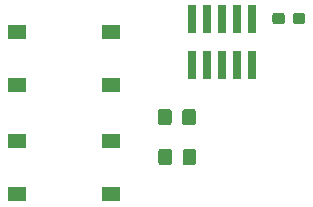
<source format=gbr>
G04 #@! TF.GenerationSoftware,KiCad,Pcbnew,(5.1.5)-3*
G04 #@! TF.CreationDate,2021-10-20T23:00:28+02:00*
G04 #@! TF.ProjectId,WFP_v2_0,5746505f-7632-45f3-902e-6b696361645f,v 0.2*
G04 #@! TF.SameCoordinates,Original*
G04 #@! TF.FileFunction,Paste,Top*
G04 #@! TF.FilePolarity,Positive*
%FSLAX46Y46*%
G04 Gerber Fmt 4.6, Leading zero omitted, Abs format (unit mm)*
G04 Created by KiCad (PCBNEW (5.1.5)-3) date 2021-10-20 23:00:28*
%MOMM*%
%LPD*%
G04 APERTURE LIST*
%ADD10C,0.100000*%
%ADD11R,0.740000X2.400000*%
%ADD12R,1.550000X1.300000*%
G04 APERTURE END LIST*
D10*
G36*
X76059505Y-59169004D02*
G01*
X76083773Y-59172604D01*
X76107572Y-59178565D01*
X76130671Y-59186830D01*
X76152850Y-59197320D01*
X76173893Y-59209932D01*
X76193599Y-59224547D01*
X76211777Y-59241023D01*
X76228253Y-59259201D01*
X76242868Y-59278907D01*
X76255480Y-59299950D01*
X76265970Y-59322129D01*
X76274235Y-59345228D01*
X76280196Y-59369027D01*
X76283796Y-59393295D01*
X76285000Y-59417799D01*
X76285000Y-60317801D01*
X76283796Y-60342305D01*
X76280196Y-60366573D01*
X76274235Y-60390372D01*
X76265970Y-60413471D01*
X76255480Y-60435650D01*
X76242868Y-60456693D01*
X76228253Y-60476399D01*
X76211777Y-60494577D01*
X76193599Y-60511053D01*
X76173893Y-60525668D01*
X76152850Y-60538280D01*
X76130671Y-60548770D01*
X76107572Y-60557035D01*
X76083773Y-60562996D01*
X76059505Y-60566596D01*
X76035001Y-60567800D01*
X75384999Y-60567800D01*
X75360495Y-60566596D01*
X75336227Y-60562996D01*
X75312428Y-60557035D01*
X75289329Y-60548770D01*
X75267150Y-60538280D01*
X75246107Y-60525668D01*
X75226401Y-60511053D01*
X75208223Y-60494577D01*
X75191747Y-60476399D01*
X75177132Y-60456693D01*
X75164520Y-60435650D01*
X75154030Y-60413471D01*
X75145765Y-60390372D01*
X75139804Y-60366573D01*
X75136204Y-60342305D01*
X75135000Y-60317801D01*
X75135000Y-59417799D01*
X75136204Y-59393295D01*
X75139804Y-59369027D01*
X75145765Y-59345228D01*
X75154030Y-59322129D01*
X75164520Y-59299950D01*
X75177132Y-59278907D01*
X75191747Y-59259201D01*
X75208223Y-59241023D01*
X75226401Y-59224547D01*
X75246107Y-59209932D01*
X75267150Y-59197320D01*
X75289329Y-59186830D01*
X75312428Y-59178565D01*
X75336227Y-59172604D01*
X75360495Y-59169004D01*
X75384999Y-59167800D01*
X76035001Y-59167800D01*
X76059505Y-59169004D01*
G37*
G36*
X74009505Y-59169004D02*
G01*
X74033773Y-59172604D01*
X74057572Y-59178565D01*
X74080671Y-59186830D01*
X74102850Y-59197320D01*
X74123893Y-59209932D01*
X74143599Y-59224547D01*
X74161777Y-59241023D01*
X74178253Y-59259201D01*
X74192868Y-59278907D01*
X74205480Y-59299950D01*
X74215970Y-59322129D01*
X74224235Y-59345228D01*
X74230196Y-59369027D01*
X74233796Y-59393295D01*
X74235000Y-59417799D01*
X74235000Y-60317801D01*
X74233796Y-60342305D01*
X74230196Y-60366573D01*
X74224235Y-60390372D01*
X74215970Y-60413471D01*
X74205480Y-60435650D01*
X74192868Y-60456693D01*
X74178253Y-60476399D01*
X74161777Y-60494577D01*
X74143599Y-60511053D01*
X74123893Y-60525668D01*
X74102850Y-60538280D01*
X74080671Y-60548770D01*
X74057572Y-60557035D01*
X74033773Y-60562996D01*
X74009505Y-60566596D01*
X73985001Y-60567800D01*
X73334999Y-60567800D01*
X73310495Y-60566596D01*
X73286227Y-60562996D01*
X73262428Y-60557035D01*
X73239329Y-60548770D01*
X73217150Y-60538280D01*
X73196107Y-60525668D01*
X73176401Y-60511053D01*
X73158223Y-60494577D01*
X73141747Y-60476399D01*
X73127132Y-60456693D01*
X73114520Y-60435650D01*
X73104030Y-60413471D01*
X73095765Y-60390372D01*
X73089804Y-60366573D01*
X73086204Y-60342305D01*
X73085000Y-60317801D01*
X73085000Y-59417799D01*
X73086204Y-59393295D01*
X73089804Y-59369027D01*
X73095765Y-59345228D01*
X73104030Y-59322129D01*
X73114520Y-59299950D01*
X73127132Y-59278907D01*
X73141747Y-59259201D01*
X73158223Y-59241023D01*
X73176401Y-59224547D01*
X73196107Y-59209932D01*
X73217150Y-59197320D01*
X73239329Y-59186830D01*
X73262428Y-59178565D01*
X73286227Y-59172604D01*
X73310495Y-59169004D01*
X73334999Y-59167800D01*
X73985001Y-59167800D01*
X74009505Y-59169004D01*
G37*
D11*
X75946000Y-52064200D03*
X75946000Y-48164200D03*
X77216000Y-52064200D03*
X77216000Y-48164200D03*
X78486000Y-52064200D03*
X78486000Y-48164200D03*
X79756000Y-52064200D03*
X79756000Y-48164200D03*
X81026000Y-52064200D03*
X81026000Y-48164200D03*
D10*
G36*
X83574579Y-47659144D02*
G01*
X83597634Y-47662563D01*
X83620243Y-47668227D01*
X83642187Y-47676079D01*
X83663257Y-47686044D01*
X83683248Y-47698026D01*
X83701968Y-47711910D01*
X83719238Y-47727562D01*
X83734890Y-47744832D01*
X83748774Y-47763552D01*
X83760756Y-47783543D01*
X83770721Y-47804613D01*
X83778573Y-47826557D01*
X83784237Y-47849166D01*
X83787656Y-47872221D01*
X83788800Y-47895500D01*
X83788800Y-48370500D01*
X83787656Y-48393779D01*
X83784237Y-48416834D01*
X83778573Y-48439443D01*
X83770721Y-48461387D01*
X83760756Y-48482457D01*
X83748774Y-48502448D01*
X83734890Y-48521168D01*
X83719238Y-48538438D01*
X83701968Y-48554090D01*
X83683248Y-48567974D01*
X83663257Y-48579956D01*
X83642187Y-48589921D01*
X83620243Y-48597773D01*
X83597634Y-48603437D01*
X83574579Y-48606856D01*
X83551300Y-48608000D01*
X82976300Y-48608000D01*
X82953021Y-48606856D01*
X82929966Y-48603437D01*
X82907357Y-48597773D01*
X82885413Y-48589921D01*
X82864343Y-48579956D01*
X82844352Y-48567974D01*
X82825632Y-48554090D01*
X82808362Y-48538438D01*
X82792710Y-48521168D01*
X82778826Y-48502448D01*
X82766844Y-48482457D01*
X82756879Y-48461387D01*
X82749027Y-48439443D01*
X82743363Y-48416834D01*
X82739944Y-48393779D01*
X82738800Y-48370500D01*
X82738800Y-47895500D01*
X82739944Y-47872221D01*
X82743363Y-47849166D01*
X82749027Y-47826557D01*
X82756879Y-47804613D01*
X82766844Y-47783543D01*
X82778826Y-47763552D01*
X82792710Y-47744832D01*
X82808362Y-47727562D01*
X82825632Y-47711910D01*
X82844352Y-47698026D01*
X82864343Y-47686044D01*
X82885413Y-47676079D01*
X82907357Y-47668227D01*
X82929966Y-47662563D01*
X82953021Y-47659144D01*
X82976300Y-47658000D01*
X83551300Y-47658000D01*
X83574579Y-47659144D01*
G37*
G36*
X85324579Y-47659144D02*
G01*
X85347634Y-47662563D01*
X85370243Y-47668227D01*
X85392187Y-47676079D01*
X85413257Y-47686044D01*
X85433248Y-47698026D01*
X85451968Y-47711910D01*
X85469238Y-47727562D01*
X85484890Y-47744832D01*
X85498774Y-47763552D01*
X85510756Y-47783543D01*
X85520721Y-47804613D01*
X85528573Y-47826557D01*
X85534237Y-47849166D01*
X85537656Y-47872221D01*
X85538800Y-47895500D01*
X85538800Y-48370500D01*
X85537656Y-48393779D01*
X85534237Y-48416834D01*
X85528573Y-48439443D01*
X85520721Y-48461387D01*
X85510756Y-48482457D01*
X85498774Y-48502448D01*
X85484890Y-48521168D01*
X85469238Y-48538438D01*
X85451968Y-48554090D01*
X85433248Y-48567974D01*
X85413257Y-48579956D01*
X85392187Y-48589921D01*
X85370243Y-48597773D01*
X85347634Y-48603437D01*
X85324579Y-48606856D01*
X85301300Y-48608000D01*
X84726300Y-48608000D01*
X84703021Y-48606856D01*
X84679966Y-48603437D01*
X84657357Y-48597773D01*
X84635413Y-48589921D01*
X84614343Y-48579956D01*
X84594352Y-48567974D01*
X84575632Y-48554090D01*
X84558362Y-48538438D01*
X84542710Y-48521168D01*
X84528826Y-48502448D01*
X84516844Y-48482457D01*
X84506879Y-48461387D01*
X84499027Y-48439443D01*
X84493363Y-48416834D01*
X84489944Y-48393779D01*
X84488800Y-48370500D01*
X84488800Y-47895500D01*
X84489944Y-47872221D01*
X84493363Y-47849166D01*
X84499027Y-47826557D01*
X84506879Y-47804613D01*
X84516844Y-47783543D01*
X84528826Y-47763552D01*
X84542710Y-47744832D01*
X84558362Y-47727562D01*
X84575632Y-47711910D01*
X84594352Y-47698026D01*
X84614343Y-47686044D01*
X84635413Y-47676079D01*
X84657357Y-47668227D01*
X84679966Y-47662563D01*
X84703021Y-47659144D01*
X84726300Y-47658000D01*
X85301300Y-47658000D01*
X85324579Y-47659144D01*
G37*
D12*
X61088201Y-49286600D03*
X69038201Y-49286600D03*
X61088201Y-53786600D03*
X69038201Y-53786600D03*
X69100600Y-63032200D03*
X61150600Y-63032200D03*
X69100600Y-58532200D03*
X61150600Y-58532200D03*
D10*
G36*
X76034105Y-55790804D02*
G01*
X76058373Y-55794404D01*
X76082172Y-55800365D01*
X76105271Y-55808630D01*
X76127450Y-55819120D01*
X76148493Y-55831732D01*
X76168199Y-55846347D01*
X76186377Y-55862823D01*
X76202853Y-55881001D01*
X76217468Y-55900707D01*
X76230080Y-55921750D01*
X76240570Y-55943929D01*
X76248835Y-55967028D01*
X76254796Y-55990827D01*
X76258396Y-56015095D01*
X76259600Y-56039599D01*
X76259600Y-56939601D01*
X76258396Y-56964105D01*
X76254796Y-56988373D01*
X76248835Y-57012172D01*
X76240570Y-57035271D01*
X76230080Y-57057450D01*
X76217468Y-57078493D01*
X76202853Y-57098199D01*
X76186377Y-57116377D01*
X76168199Y-57132853D01*
X76148493Y-57147468D01*
X76127450Y-57160080D01*
X76105271Y-57170570D01*
X76082172Y-57178835D01*
X76058373Y-57184796D01*
X76034105Y-57188396D01*
X76009601Y-57189600D01*
X75359599Y-57189600D01*
X75335095Y-57188396D01*
X75310827Y-57184796D01*
X75287028Y-57178835D01*
X75263929Y-57170570D01*
X75241750Y-57160080D01*
X75220707Y-57147468D01*
X75201001Y-57132853D01*
X75182823Y-57116377D01*
X75166347Y-57098199D01*
X75151732Y-57078493D01*
X75139120Y-57057450D01*
X75128630Y-57035271D01*
X75120365Y-57012172D01*
X75114404Y-56988373D01*
X75110804Y-56964105D01*
X75109600Y-56939601D01*
X75109600Y-56039599D01*
X75110804Y-56015095D01*
X75114404Y-55990827D01*
X75120365Y-55967028D01*
X75128630Y-55943929D01*
X75139120Y-55921750D01*
X75151732Y-55900707D01*
X75166347Y-55881001D01*
X75182823Y-55862823D01*
X75201001Y-55846347D01*
X75220707Y-55831732D01*
X75241750Y-55819120D01*
X75263929Y-55808630D01*
X75287028Y-55800365D01*
X75310827Y-55794404D01*
X75335095Y-55790804D01*
X75359599Y-55789600D01*
X76009601Y-55789600D01*
X76034105Y-55790804D01*
G37*
G36*
X73984105Y-55790804D02*
G01*
X74008373Y-55794404D01*
X74032172Y-55800365D01*
X74055271Y-55808630D01*
X74077450Y-55819120D01*
X74098493Y-55831732D01*
X74118199Y-55846347D01*
X74136377Y-55862823D01*
X74152853Y-55881001D01*
X74167468Y-55900707D01*
X74180080Y-55921750D01*
X74190570Y-55943929D01*
X74198835Y-55967028D01*
X74204796Y-55990827D01*
X74208396Y-56015095D01*
X74209600Y-56039599D01*
X74209600Y-56939601D01*
X74208396Y-56964105D01*
X74204796Y-56988373D01*
X74198835Y-57012172D01*
X74190570Y-57035271D01*
X74180080Y-57057450D01*
X74167468Y-57078493D01*
X74152853Y-57098199D01*
X74136377Y-57116377D01*
X74118199Y-57132853D01*
X74098493Y-57147468D01*
X74077450Y-57160080D01*
X74055271Y-57170570D01*
X74032172Y-57178835D01*
X74008373Y-57184796D01*
X73984105Y-57188396D01*
X73959601Y-57189600D01*
X73309599Y-57189600D01*
X73285095Y-57188396D01*
X73260827Y-57184796D01*
X73237028Y-57178835D01*
X73213929Y-57170570D01*
X73191750Y-57160080D01*
X73170707Y-57147468D01*
X73151001Y-57132853D01*
X73132823Y-57116377D01*
X73116347Y-57098199D01*
X73101732Y-57078493D01*
X73089120Y-57057450D01*
X73078630Y-57035271D01*
X73070365Y-57012172D01*
X73064404Y-56988373D01*
X73060804Y-56964105D01*
X73059600Y-56939601D01*
X73059600Y-56039599D01*
X73060804Y-56015095D01*
X73064404Y-55990827D01*
X73070365Y-55967028D01*
X73078630Y-55943929D01*
X73089120Y-55921750D01*
X73101732Y-55900707D01*
X73116347Y-55881001D01*
X73132823Y-55862823D01*
X73151001Y-55846347D01*
X73170707Y-55831732D01*
X73191750Y-55819120D01*
X73213929Y-55808630D01*
X73237028Y-55800365D01*
X73260827Y-55794404D01*
X73285095Y-55790804D01*
X73309599Y-55789600D01*
X73959601Y-55789600D01*
X73984105Y-55790804D01*
G37*
M02*

</source>
